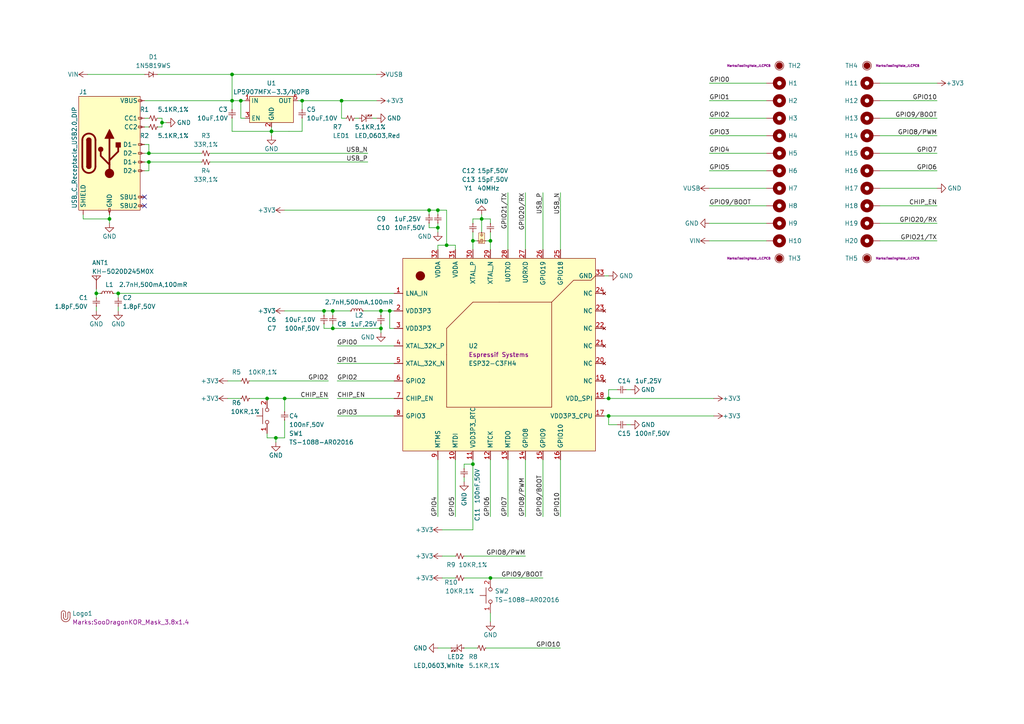
<source format=kicad_sch>
(kicad_sch (version 20231120) (generator "eeschema") (generator_version "8.0")
  (paper "A4")
  (title_block (rev "1") (company "Geekble") (comment 1 "2-Layer, 1-Oz, JLC PCB Fabrication") (comment 4 "SooDragon"))
  (junction (at 27.94 85.09))
  (junction (at 99.06 29.21))
  (junction (at 176.53 120.65))
  (junction (at 113.03 90.17))
  (junction (at 127 60.96))
  (junction (at 67.31 21.59))
  (junction (at 67.31 29.21))
  (junction (at 43.18 46.99))
  (junction (at 69.85 29.21))
  (junction (at 139.7 63.5))
  (junction (at 129.54 71.12))
  (junction (at 137.16 134.62))
  (junction (at 78.74 38.1))
  (junction (at 96.52 95.25))
  (junction (at 110.49 95.25))
  (junction (at 34.29 85.09))
  (junction (at 124.46 60.96))
  (junction (at 96.52 90.17))
  (junction (at 77.47 115.57))
  (junction (at 46.99 35.56))
  (junction (at 142.24 69.85))
  (junction (at 137.16 69.85))
  (junction (at 87.63 29.21))
  (junction (at 176.53 115.57))
  (junction (at 110.49 90.17))
  (junction (at 142.24 167.64))
  (junction (at 43.18 44.45))
  (junction (at 127 66.04))
  (junction (at 93.98 90.17))
  (junction (at 80.01 127))
  (junction (at 82.55 115.57))
  (junction (at 31.75 63.5))
  (no_connect (at 41.91 59.69))
  (no_connect (at 41.91 57.15))
  (wire (pts (xy 127 60.96) (xy 124.46 60.96)))
  (wire (pts (xy 27.94 88.9) (xy 27.94 90.17)))
  (wire (pts (xy 93.98 93.98) (xy 93.98 95.25)))
  (wire (pts (xy 33.02 85.09) (xy 34.29 85.09)))
  (wire (pts (xy 93.98 95.25) (xy 96.52 95.25)))
  (wire (pts (xy 67.31 29.21) (xy 69.85 29.21)))
  (wire (pts (xy 31.75 63.5) (xy 24.13 63.5)))
  (wire (pts (xy 66.04 110.49) (xy 69.85 110.49)))
  (wire (pts (xy 60.96 44.45) (xy 106.68 44.45)))
  (wire (pts (xy 127 72.39) (xy 127 71.12)))
  (wire (pts (xy 31.75 62.23) (xy 31.75 63.5)))
  (wire (pts (xy 82.55 127) (xy 82.55 121.92)))
  (wire (pts (xy 134.62 134.62) (xy 137.16 134.62)))
  (wire (pts (xy 60.96 46.99) (xy 106.68 46.99)))
  (wire (pts (xy 110.49 90.17) (xy 113.03 90.17)))
  (wire (pts (xy 222.25 59.69) (xy 205.74 59.69)))
  (wire (pts (xy 43.18 44.45) (xy 58.42 44.45)))
  (wire (pts (xy 137.16 69.85) (xy 137.16 72.39)))
  (wire (pts (xy 140.97 187.96) (xy 162.56 187.96)))
  (wire (pts (xy 147.32 72.39) (xy 147.32 55.88)))
  (wire (pts (xy 222.25 29.21) (xy 205.74 29.21)))
  (wire (pts (xy 147.32 149.86) (xy 147.32 133.35)))
  (wire (pts (xy 137.16 63.5) (xy 137.16 64.77)))
  (wire (pts (xy 97.79 105.41) (xy 114.3 105.41)))
  (wire (pts (xy 137.16 134.62) (xy 137.16 153.67)))
  (wire (pts (xy 134.62 135.89) (xy 134.62 134.62)))
  (wire (pts (xy 82.55 90.17) (xy 93.98 90.17)))
  (wire (pts (xy 27.94 83.82) (xy 27.94 85.09)))
  (wire (pts (xy 179.07 123.19) (xy 176.53 123.19)))
  (wire (pts (xy 45.72 36.83) (xy 46.99 36.83)))
  (wire (pts (xy 110.49 93.98) (xy 110.49 95.25)))
  (wire (pts (xy 176.53 113.03) (xy 179.07 113.03)))
  (wire (pts (xy 25.4 21.59) (xy 41.91 21.59)))
  (wire (pts (xy 41.91 41.91) (xy 43.18 41.91)))
  (wire (pts (xy 127 66.04) (xy 127 67.31)))
  (wire (pts (xy 142.24 64.77) (xy 142.24 63.5)))
  (wire (pts (xy 127 187.96) (xy 130.81 187.96)))
  (wire (pts (xy 43.18 46.99) (xy 43.18 49.53)))
  (wire (pts (xy 181.61 123.19) (xy 182.88 123.19)))
  (wire (pts (xy 157.48 72.39) (xy 157.48 55.88)))
  (wire (pts (xy 99.06 29.21) (xy 109.22 29.21)))
  (wire (pts (xy 45.72 21.59) (xy 67.31 21.59)))
  (wire (pts (xy 67.31 31.75) (xy 67.31 29.21)))
  (wire (pts (xy 86.36 29.21) (xy 87.63 29.21)))
  (wire (pts (xy 77.47 115.57) (xy 82.55 115.57)))
  (wire (pts (xy 105.41 90.17) (xy 110.49 90.17)))
  (wire (pts (xy 181.61 113.03) (xy 182.88 113.03)))
  (wire (pts (xy 46.99 35.56) (xy 46.99 34.29)))
  (wire (pts (xy 93.98 91.44) (xy 93.98 90.17)))
  (wire (pts (xy 78.74 38.1) (xy 78.74 36.83)))
  (wire (pts (xy 27.94 85.09) (xy 27.94 86.36)))
  (wire (pts (xy 157.48 149.86) (xy 157.48 133.35)))
  (wire (pts (xy 97.79 110.49) (xy 114.3 110.49)))
  (wire (pts (xy 142.24 69.85) (xy 142.24 72.39)))
  (wire (pts (xy 176.53 115.57) (xy 207.01 115.57)))
  (wire (pts (xy 41.91 49.53) (xy 43.18 49.53)))
  (wire (pts (xy 99.06 34.29) (xy 100.33 34.29)))
  (wire (pts (xy 80.01 127) (xy 80.01 128.27)))
  (wire (pts (xy 113.03 95.25) (xy 113.03 90.17)))
  (wire (pts (xy 87.63 29.21) (xy 87.63 31.75)))
  (wire (pts (xy 87.63 29.21) (xy 99.06 29.21)))
  (wire (pts (xy 134.62 167.64) (xy 142.24 167.64)))
  (wire (pts (xy 87.63 34.29) (xy 87.63 38.1)))
  (wire (pts (xy 128.27 167.64) (xy 132.08 167.64)))
  (wire (pts (xy 82.55 60.96) (xy 124.46 60.96)))
  (wire (pts (xy 152.4 149.86) (xy 152.4 133.35)))
  (wire (pts (xy 127 64.77) (xy 127 66.04)))
  (wire (pts (xy 222.25 34.29) (xy 205.74 34.29)))
  (wire (pts (xy 129.54 71.12) (xy 132.08 71.12)))
  (wire (pts (xy 124.46 64.77) (xy 124.46 66.04)))
  (wire (pts (xy 71.12 34.29) (xy 69.85 34.29)))
  (wire (pts (xy 137.16 67.31) (xy 137.16 69.85)))
  (wire (pts (xy 72.39 115.57) (xy 77.47 115.57)))
  (wire (pts (xy 127 149.86) (xy 127 133.35)))
  (wire (pts (xy 77.47 127) (xy 80.01 127)))
  (wire (pts (xy 142.24 167.64) (xy 157.48 167.64)))
  (wire (pts (xy 142.24 63.5) (xy 139.7 63.5)))
  (wire (pts (xy 142.24 67.31) (xy 142.24 69.85)))
  (wire (pts (xy 66.04 115.57) (xy 69.85 115.57)))
  (wire (pts (xy 132.08 71.12) (xy 132.08 72.39)))
  (wire (pts (xy 95.25 110.49) (xy 72.39 110.49)))
  (wire (pts (xy 41.91 29.21) (xy 67.31 29.21)))
  (wire (pts (xy 176.53 115.57) (xy 175.26 115.57)))
  (wire (pts (xy 80.01 127) (xy 82.55 127)))
  (wire (pts (xy 82.55 115.57) (xy 82.55 119.38)))
  (wire (pts (xy 127 60.96) (xy 129.54 60.96)))
  (wire (pts (xy 102.87 34.29) (xy 104.14 34.29)))
  (wire (pts (xy 142.24 149.86) (xy 142.24 133.35)))
  (wire (pts (xy 127 71.12) (xy 129.54 71.12)))
  (wire (pts (xy 134.62 161.29) (xy 152.4 161.29)))
  (wire (pts (xy 222.25 54.61) (xy 205.74 54.61)))
  (wire (pts (xy 78.74 38.1) (xy 78.74 39.37)))
  (wire (pts (xy 34.29 90.17) (xy 34.29 88.9)))
  (wire (pts (xy 41.91 46.99) (xy 43.18 46.99)))
  (wire (pts (xy 127 60.96) (xy 127 62.23)))
  (wire (pts (xy 41.91 34.29) (xy 43.18 34.29)))
  (wire (pts (xy 222.25 44.45) (xy 205.74 44.45)))
  (wire (pts (xy 107.95 34.29) (xy 109.22 34.29)))
  (wire (pts (xy 162.56 149.86) (xy 162.56 133.35)))
  (wire (pts (xy 110.49 95.25) (xy 110.49 96.52)))
  (wire (pts (xy 124.46 66.04) (xy 127 66.04)))
  (wire (pts (xy 97.79 100.33) (xy 114.3 100.33)))
  (wire (pts (xy 140.97 69.85) (xy 142.24 69.85)))
  (wire (pts (xy 255.27 24.13) (xy 271.78 24.13)))
  (wire (pts (xy 34.29 85.09) (xy 114.3 85.09)))
  (wire (pts (xy 124.46 60.96) (xy 124.46 62.23)))
  (wire (pts (xy 69.85 34.29) (xy 69.85 29.21)))
  (wire (pts (xy 134.62 187.96) (xy 138.43 187.96)))
  (wire (pts (xy 69.85 29.21) (xy 71.12 29.21)))
  (wire (pts (xy 205.74 49.53) (xy 222.25 49.53)))
  (wire (pts (xy 271.78 34.29) (xy 255.27 34.29)))
  (wire (pts (xy 97.79 120.65) (xy 114.3 120.65)))
  (wire (pts (xy 137.16 153.67) (xy 128.27 153.67)))
  (wire (pts (xy 138.43 69.85) (xy 137.16 69.85)))
  (wire (pts (xy 162.56 72.39) (xy 162.56 55.88)))
  (wire (pts (xy 255.27 64.77) (xy 271.78 64.77)))
  (wire (pts (xy 109.22 21.59) (xy 67.31 21.59)))
  (wire (pts (xy 271.78 39.37) (xy 255.27 39.37)))
  (wire (pts (xy 41.91 44.45) (xy 43.18 44.45)))
  (wire (pts (xy 176.53 115.57) (xy 176.53 113.03)))
  (wire (pts (xy 96.52 93.98) (xy 96.52 95.25)))
  (wire (pts (xy 96.52 90.17) (xy 96.52 91.44)))
  (wire (pts (xy 222.25 64.77) (xy 205.74 64.77)))
  (wire (pts (xy 43.18 46.99) (xy 58.42 46.99)))
  (wire (pts (xy 255.27 59.69) (xy 271.78 59.69)))
  (wire (pts (xy 96.52 90.17) (xy 101.6 90.17)))
  (wire (pts (xy 271.78 44.45) (xy 255.27 44.45)))
  (wire (pts (xy 31.75 63.5) (xy 31.75 64.77)))
  (wire (pts (xy 271.78 49.53) (xy 255.27 49.53)))
  (wire (pts (xy 24.13 63.5) (xy 24.13 62.23)))
  (wire (pts (xy 46.99 36.83) (xy 46.99 35.56)))
  (wire (pts (xy 27.94 85.09) (xy 29.21 85.09)))
  (wire (pts (xy 139.7 63.5) (xy 137.16 63.5)))
  (wire (pts (xy 93.98 90.17) (xy 96.52 90.17)))
  (wire (pts (xy 45.72 34.29) (xy 46.99 34.29)))
  (wire (pts (xy 110.49 90.17) (xy 110.49 91.44)))
  (wire (pts (xy 128.27 161.29) (xy 132.08 161.29)))
  (wire (pts (xy 67.31 34.29) (xy 67.31 38.1)))
  (wire (pts (xy 132.08 149.86) (xy 132.08 133.35)))
  (wire (pts (xy 255.27 54.61) (xy 271.78 54.61)))
  (wire (pts (xy 97.79 115.57) (xy 114.3 115.57)))
  (wire (pts (xy 176.53 120.65) (xy 207.01 120.65)))
  (wire (pts (xy 152.4 72.39) (xy 152.4 55.88)))
  (wire (pts (xy 114.3 95.25) (xy 113.03 95.25)))
  (wire (pts (xy 82.55 115.57) (xy 95.25 115.57)))
  (wire (pts (xy 176.53 123.19) (xy 176.53 120.65)))
  (wire (pts (xy 77.47 125.73) (xy 77.47 127)))
  (wire (pts (xy 34.29 85.09) (xy 34.29 86.36)))
  (wire (pts (xy 41.91 36.83) (xy 43.18 36.83)))
  (wire (pts (xy 222.25 39.37) (xy 205.74 39.37)))
  (wire (pts (xy 205.74 69.85) (xy 222.25 69.85)))
  (wire (pts (xy 113.03 90.17) (xy 114.3 90.17)))
  (wire (pts (xy 175.26 80.01) (xy 176.53 80.01)))
  (wire (pts (xy 43.18 41.91) (xy 43.18 44.45)))
  (wire (pts (xy 222.25 24.13) (xy 205.74 24.13)))
  (wire (pts (xy 175.26 120.65) (xy 176.53 120.65)))
  (wire (pts (xy 139.7 63.5) (xy 139.7 67.31)))
  (wire (pts (xy 87.63 38.1) (xy 78.74 38.1)))
  (wire (pts (xy 271.78 29.21) (xy 255.27 29.21)))
  (wire (pts (xy 46.99 35.56) (xy 48.26 35.56)))
  (wire (pts (xy 67.31 21.59) (xy 67.31 29.21)))
  (wire (pts (xy 67.31 38.1) (xy 78.74 38.1)))
  (wire (pts (xy 134.62 139.7) (xy 134.62 138.43)))
  (wire (pts (xy 139.7 62.23) (xy 139.7 63.5)))
  (wire (pts (xy 142.24 177.8) (xy 142.24 180.34)))
  (wire (pts (xy 99.06 29.21) (xy 99.06 34.29)))
  (wire (pts (xy 255.27 69.85) (xy 271.78 69.85)))
  (wire (pts (xy 129.54 60.96) (xy 129.54 71.12)))
  (wire (pts (xy 137.16 133.35) (xy 137.16 134.62)))
  (wire (pts (xy 96.52 95.25) (xy 110.49 95.25)))
  (label "GPIO8{slash}PWM" (at 152.4 161.29 180))
  (label "GPIO1" (at 97.79 105.41 0))
  (label "GPIO6" (at 142.24 149.86 90))
  (label "GPIO2" (at 95.25 110.49 180))
  (label "GPIO9{slash}BOOT" (at 205.74 59.69 0))
  (label "GPIO0" (at 97.79 100.33 0))
  (label "GPIO5" (at 205.74 49.53 0))
  (label "GPIO10" (at 162.56 187.96 180))
  (label "GPIO8{slash}PWM" (at 152.4 149.86 90))
  (label "GPIO20{slash}RX" (at 152.4 55.88 270))
  (label "GPIO2" (at 205.74 34.29 0))
  (label "GPIO2" (at 97.79 110.49 0))
  (label "GPIO21{slash}TX" (at 271.78 69.85 180))
  (label "USB_N" (at 162.56 55.88 270))
  (label "GPIO21{slash}TX" (at 147.32 55.88 270))
  (label "GPIO5" (at 132.08 149.86 90))
  (label "GPIO3" (at 97.79 120.65 0))
  (label "GPIO9{slash}BOOT" (at 157.48 149.86 90))
  (label "CHIP_EN" (at 97.79 115.57 0))
  (label "GPIO7" (at 147.32 149.86 90))
  (label "USB_P" (at 106.68 46.99 180))
  (label "GPIO3" (at 205.74 39.37 0))
  (label "GPIO10" (at 271.78 29.21 180))
  (label "CHIP_EN" (at 271.78 59.69 180))
  (label "GPIO4" (at 127 149.86 90))
  (label "GPIO20{slash}RX" (at 271.78 64.77 180))
  (label "USB_P" (at 157.48 55.88 270))
  (label "GPIO0" (at 205.74 24.13 0))
  (label "GPIO1" (at 205.74 29.21 0))
  (label "USB_N" (at 106.68 44.45 180))
  (label "GPIO6" (at 271.78 49.53 180))
  (label "GPIO10" (at 162.56 149.86 90))
  (label "GPIO7" (at 271.78 44.45 180))
  (label "CHIP_EN" (at 95.25 115.57 180))
  (label "GPIO4" (at 205.74 44.45 0))
  (label "GPIO9{slash}BOOT" (at 157.48 167.64 180))
  (label "GPIO8{slash}PWM" (at 271.78 39.37 180))
  (label "GPIO9{slash}BOOT" (at 271.78 34.29 180))
  (symbol (lib_id "Resistors:5.1KR,1%") (at 44.45 34.29 0) (unit 1)
    (property "Reference" "R1" (at 41.91 31.75 0))
    (property "Value" "5.1KR,1%" (at 45.72 31.75 0) (effects (justify left)))
    (property "Footprint" "Resistors:R_0402" (effects (hide yes)))
    (property "Datasheet" "https://datasheet.lcsc.com/szlcsc/Uniroyal-Elec-0402WGF5101TCE_C25905.pdf" (effects (hide yes)))
    (property "LCSC" "C25905" (effects (hide yes)))
    (property "Manufacturer Part Number" "0402WGF5101TCE" (effects (hide yes)))
    (property "Manufacturer" "Uniroyal Elec" (effects (hide yes)))
    (property "Library Type" "Basic" (effects (hide yes)))
  )
  (symbol (lib_id "power:+3V3") (at 128.27 161.29 90) (unit 1)
    (property "Reference" "#PWR018" (effects (hide yes)))
    (property "Value" "+3V3" (at 125.73 161.29 90) (effects (justify left)))
  )
  (symbol (lib_id "Resistors:10KR,1%") (at 71.12 110.49 0) (unit 1)
    (property "Reference" "R5" (at 68.58 107.95 0))
    (property "Value" "10KR,1%" (at 76.2 107.95 0))
    (property "Footprint" "Resistors:R_0402" (effects (hide yes)))
    (property "Datasheet" "https://datasheet.lcsc.com/szlcsc/Uniroyal-Elec-0402WGF1002TCE_C25744.pdf" (effects (hide yes)))
    (property "LCSC" "C25744" (effects (hide yes)))
    (property "Manufacturer Part Number" "0402WGF1002TCE" (effects (hide yes)))
    (property "Manufacturer" "Uniroyal Elec" (effects (hide yes)))
    (property "Library Type" "Basic" (effects (hide yes)))
  )
  (symbol (lib_id "power:GND") (at 110.49 96.52 0) (unit 1)
    (property "Reference" "#PWR015" (effects (hide yes)))
    (property "Value" "GND" (at 106.68 97.79 0))
  )
  (symbol (lib_id "Resistors:5.1KR,1%") (at 44.45 36.83 0) (unit 1)
    (property "Reference" "R2" (at 41.91 39.37 0))
    (property "Value" "5.1KR,1%" (at 45.72 39.37 0) (effects (justify left)))
    (property "Footprint" "Resistors:R_0402" (effects (hide yes)))
    (property "Datasheet" "https://datasheet.lcsc.com/szlcsc/Uniroyal-Elec-0402WGF5101TCE_C25905.pdf" (effects (hide yes)))
    (property "LCSC" "C25905" (effects (hide yes)))
    (property "Manufacturer Part Number" "0402WGF5101TCE" (effects (hide yes)))
    (property "Manufacturer" "Uniroyal Elec" (effects (hide yes)))
    (property "Library Type" "Basic" (effects (hide yes)))
  )
  (symbol (lib_id "Pushbutton_Switches_Relays:TS-1088-AR02016") (at 144.78 172.72 90) (unit 1)
    (property "Reference" "SW2" (at 143.51 171.45 90) (effects (justify right)))
    (property "Value" "TS-1088-AR02016" (at 143.51 173.99 90) (effects (justify right)))
    (property "Footprint" "Pushbutton_Switches_Relays:TS-1088-AR020" (effects (hide yes)))
    (property "Datasheet" "https://datasheet.lcsc.com/lcsc/2304140030_XUNPU-TS-1088-AR02016_C720477.pdf" (effects (hide yes)))
    (property "Manufacturer" "XUNPU" (effects (hide yes)))
    (property "Manufacturer Part Number" "TS-1088-AR02016" (effects (hide yes)))
    (property "LCSC" "C720477" (effects (hide yes)))
    (property "Library Type" "Extended" (effects (hide yes)))
  )
  (symbol (lib_id "Capacitors:100nF,50V") (at 134.62 137.16 90) (unit 1)
    (property "Reference" "C11" (at 138.43 147.32 0) (effects (justify right)))
    (property "Value" "100nF,50V" (at 138.43 135.89 0) (effects (justify right)))
    (property "Footprint" "Capacitors:C_0402" (effects (hide yes)))
    (property "Datasheet" "https://datasheet.lcsc.com/lcsc/1810191222_Samsung-Electro-Mechanics-CL05B104KB54PNC_C307331.pdf" (effects (hide yes)))
    (property "LCSC" "C307331" (effects (hide yes)))
    (property "Manufacturer Part Number" "CL05B104KB54PNC" (effects (hide yes)))
    (property "Manufacturer" "Samsung Electro-Mechanics" (effects (hide yes)))
    (property "Library Type" "Basic" (effects (hide yes)))
  )
  (symbol (lib_id "Marks:MountingHole_Pad") (at 252.73 29.21 90) (unit 1)
    (property "Reference" "H12" (at 248.92 29.21 90) (effects (justify left)))
    (property "Value" "MountingHole_Pad" (effects (hide yes)))
    (property "Footprint" "Connectors:1x1_P2.54_CastellatedPad" (effects (hide yes)))
  )
  (symbol (lib_name "5.1KR,1%_1") (lib_id "Resistors:5.1KR,1%") (at 139.7 187.96 0) (unit 1)
    (property "Reference" "R8" (at 135.89 190.5 0) (effects (justify left)))
    (property "Value" "5.1KR,1%" (at 135.89 193.04 0) (effects (justify left)))
    (property "Footprint" "Resistors:R_0402" (effects (hide yes)))
    (property "Datasheet" "https://datasheet.lcsc.com/szlcsc/Uniroyal-Elec-0402WGF5101TCE_C25905.pdf" (effects (hide yes)))
    (property "LCSC" "C25905" (effects (hide yes)))
    (property "Manufacturer Part Number" "0402WGF5101TCE" (effects (hide yes)))
    (property "Manufacturer" "Uniroyal Elec" (effects (hide yes)))
    (property "Library Type" "Basic" (effects (hide yes)))
  )
  (symbol (lib_id "Pushbutton_Switches_Relays:TS-1088-AR02016") (at 80.01 120.65 90) (unit 1)
    (property "Reference" "SW1" (at 83.82 125.73 90) (effects (justify right)))
    (property "Value" "TS-1088-AR02016" (at 83.82 128.27 90) (effects (justify right)))
    (property "Footprint" "Pushbutton_Switches_Relays:TS-1088-AR020" (effects (hide yes)))
    (property "Datasheet" "https://datasheet.lcsc.com/lcsc/2304140030_XUNPU-TS-1088-AR02016_C720477.pdf" (effects (hide yes)))
    (property "Manufacturer" "XUNPU" (effects (hide yes)))
    (property "Manufacturer Part Number" "TS-1088-AR02016" (effects (hide yes)))
    (property "LCSC" "C720477" (effects (hide yes)))
    (property "Library Type" "Extended" (effects (hide yes)))
  )
  (symbol (lib_id "Marks:ToolingHole") (at 251.46 74.93 0) (unit 1)
    (property "Reference" "TH5" (at 245.11 74.93 0) (effects (justify left)))
    (property "Value" "ToolingHole" (effects (hide yes)))
    (property "Footprint" "Marks:ToolingHole_JLCPCB" (at 254 74.93 0) (effects (font (size 0.635 0.635)) (justify left)))
  )
  (symbol (lib_id "Marks:MountingHole_Pad") (at 252.73 59.69 90) (mirror x) (unit 1)
    (property "Reference" "H18" (at 248.92 59.69 90) (effects (justify left)))
    (property "Value" "MountingHole_Pad" (effects (hide yes)))
    (property "Footprint" "Connectors:1x1_P2.54_CastellatedPad" (effects (hide yes)))
  )
  (symbol (lib_id "Capacitors:1uF,25V") (at 180.34 113.03 180) (unit 1)
    (property "Reference" "C14" (at 179.07 110.49 0) (effects (justify right)))
    (property "Value" "1uF,25V" (at 184.15 110.49 0) (effects (justify right)))
    (property "Footprint" "Capacitors:C_0402" (effects (hide yes)))
    (property "Datasheet" "https://datasheet.lcsc.com/lcsc/1811091611_Samsung-Electro-Mechanics-CL05A105KA5NQNC_C52923.pdf" (effects (hide yes)))
    (property "LCSC" "C52923" (effects (hide yes)))
    (property "Manufacturer Part Number" "CL05A105KA5NQNC" (effects (hide yes)))
    (property "Manufacturer" "Samsung Electro-Mechanics" (effects (hide yes)))
    (property "Library Type" "Basic" (effects (hide yes)))
  )
  (symbol (lib_id "Connectors:USB_C_Receptacle_USB2.0_DIP") (at 31.75 44.45 0) (unit 1)
    (property "Reference" "J1" (at 24.13 26.67 0))
    (property "Value" "USB_C_Receptacle_USB2.0_DIP" (at 21.59 45.72 90))
    (property "Footprint" "Connectors:USB_DIP,8.94x7.3mm" (effects (hide yes)))
    (property "Datasheet" "https://datasheet.lcsc.com/szlcsc/1811131825_Korean-Hroparts-Elec-TYPE-C-31-M-12_C165948.pdf" (effects (hide yes)))
    (property "LCSC" "C165948" (effects (hide yes)))
    (property "Manufacturer Part Number" "TYPE-C-31-M-12" (effects (hide yes)))
    (property "Manufacturer" "Korean Hroparts Elec" (effects (hide yes)))
    (property "Library Type" "Extended" (effects (hide yes)))
  )
  (symbol (lib_id "Capacitors:1uF,25V") (at 110.49 92.71 90) (unit 1)
    (property "Reference" "C8" (at 97.79 93.98 90) (effects (justify right)))
    (property "Value" "1uF,25V" (at 101.6 93.98 90) (effects (justify right)))
    (property "Footprint" "Capacitors:C_0402" (effects (hide yes)))
    (property "Datasheet" "https://datasheet.lcsc.com/lcsc/1811091611_Samsung-Electro-Mechanics-CL05A105KA5NQNC_C52923.pdf" (effects (hide yes)))
    (property "LCSC" "C52923" (effects (hide yes)))
    (property "Manufacturer Part Number" "CL05A105KA5NQNC" (effects (hide yes)))
    (property "Manufacturer" "Samsung Electro-Mechanics" (effects (hide yes)))
    (property "Library Type" "Basic" (effects (hide yes)))
  )
  (symbol (lib_id "power:+3V3") (at 128.27 167.64 90) (unit 1)
    (property "Reference" "#PWR019" (effects (hide yes)))
    (property "Value" "+3V3" (at 125.73 167.64 90) (effects (justify left)))
  )
  (symbol (lib_id "power:+3V3") (at 109.22 29.21 270) (unit 1)
    (property "Reference" "#PWR013" (effects (hide yes)))
    (property "Value" "+3V3" (at 111.76 29.21 90) (effects (justify left)))
  )
  (symbol (lib_id "power:GND") (at 27.94 90.17 0) (unit 1)
    (property "Reference" "#PWR01" (effects (hide yes)))
    (property "Value" "GND" (at 27.94 93.98 0))
  )
  (symbol (lib_id "Capacitors:10nF,50V") (at 127 63.5 90) (unit 1)
    (property "Reference" "C10" (at 109.22 66.04 90) (effects (justify right)))
    (property "Value" "10nF,50V" (at 114.3 66.04 90) (effects (justify right)))
    (property "Footprint" "Capacitors:C_0402" (effects (hide yes)))
    (property "Datasheet" "https://datasheet.lcsc.com/lcsc/1810191223_Samsung-Electro-Mechanics-CL05B103KB5NNNC_C15195.pdf" (effects (hide yes)))
    (property "LCSC" "C15195" (effects (hide yes)))
    (property "Manufacturer Part Number" "CL05B103KB5NNNC" (effects (hide yes)))
    (property "Manufacturer" "Samsung Electro-Mechanics" (effects (hide yes)))
    (property "Library Type" "Basic" (effects (hide yes)))
  )
  (symbol (lib_id "Diodes:LED,0603,Red") (at 106.68 34.29 180) (unit 1)
    (property "Reference" "LED1" (at 96.52 39.37 0) (effects (justify right)))
    (property "Value" "LED,0603,Red" (at 102.87 39.37 0) (effects (justify right)))
    (property "Footprint" "Diodes:LED_0603_Red" (effects (hide yes)))
    (property "Datasheet" "Hubei-KENTO-Elec-KT-0603R_C2286.pdf" (effects (hide yes)))
    (property "LCSC" "C2286" (effects (hide yes)))
    (property "Manufacturer Part Number" "KT-0603R" (effects (hide yes)))
    (property "Manufacturer" "Hubei KENTO Elec" (effects (hide yes)))
    (property "Library Type" "Basic" (effects (hide yes)))
  )
  (symbol (lib_id "Capacitors:100nF,50V") (at 180.34 123.19 180) (unit 1)
    (property "Reference" "C15" (at 179.07 125.73 0) (effects (justify right)))
    (property "Value" "100nF,50V" (at 184.15 125.73 0) (effects (justify right)))
    (property "Footprint" "Capacitors:C_0402" (effects (hide yes)))
    (property "Datasheet" "https://datasheet.lcsc.com/lcsc/1810191222_Samsung-Electro-Mechanics-CL05B104KB54PNC_C307331.pdf" (effects (hide yes)))
    (property "LCSC" "C307331" (effects (hide yes)))
    (property "Manufacturer Part Number" "CL05B104KB54PNC" (effects (hide yes)))
    (property "Manufacturer" "Samsung Electro-Mechanics" (effects (hide yes)))
    (property "Library Type" "Basic" (effects (hide yes)))
  )
  (symbol (lib_id "Capacitors:1uF,25V") (at 124.46 63.5 90) (unit 1)
    (property "Reference" "C9" (at 109.22 63.5 90) (effects (justify right)))
    (property "Value" "1uF,25V" (at 114.3 63.5 90) (effects (justify right)))
    (property "Footprint" "Capacitors:C_0402" (effects (hide yes)))
    (property "Datasheet" "https://datasheet.lcsc.com/lcsc/1811091611_Samsung-Electro-Mechanics-CL05A105KA5NQNC_C52923.pdf" (effects (hide yes)))
    (property "LCSC" "C52923" (effects (hide yes)))
    (property "Manufacturer Part Number" "CL05A105KA5NQNC" (effects (hide yes)))
    (property "Manufacturer" "Samsung Electro-Mechanics" (effects (hide yes)))
    (property "Library Type" "Basic" (effects (hide yes)))
  )
  (symbol (lib_id "Capacitors:100nF,50V") (at 82.55 120.65 90) (unit 1)
    (property "Reference" "C4" (at 83.82 120.65 90) (effects (justify right)))
    (property "Value" "100nF,50V" (at 83.82 123.19 90) (effects (justify right)))
    (property "Footprint" "Capacitors:C_0402" (effects (hide yes)))
    (property "Datasheet" "https://datasheet.lcsc.com/lcsc/1810191222_Samsung-Electro-Mechanics-CL05B104KB54PNC_C307331.pdf" (effects (hide yes)))
    (property "LCSC" "C307331" (effects (hide yes)))
    (property "Manufacturer Part Number" "CL05B104KB54PNC" (effects (hide yes)))
    (property "Manufacturer" "Samsung Electro-Mechanics" (effects (hide yes)))
    (property "Library Type" "Basic" (effects (hide yes)))
  )
  (symbol (lib_id "Capacitors:100nF,50V") (at 96.52 92.71 90) (unit 1)
    (property "Reference" "C7" (at 77.47 95.25 90) (effects (justify right)))
    (property "Value" "100nF,50V" (at 82.55 95.25 90) (effects (justify right)))
    (property "Footprint" "Capacitors:C_0402" (effects (hide yes)))
    (property "Datasheet" "https://datasheet.lcsc.com/lcsc/1810191222_Samsung-Electro-Mechanics-CL05B104KB54PNC_C307331.pdf" (effects (hide yes)))
    (property "LCSC" "C307331" (effects (hide yes)))
    (property "Manufacturer Part Number" "CL05B104KB54PNC" (effects (hide yes)))
    (property "Manufacturer" "Samsung Electro-Mechanics" (effects (hide yes)))
    (property "Library Type" "Basic" (effects (hide yes)))
  )
  (symbol (lib_id "Inductors_Chokes_Transformers:2.7nH,500mA,100mR") (at 31.75 85.09 0) (unit 1)
    (property "Reference" "L1" (at 31.75 82.55 0))
    (property "Value" "2.7nH,500mA,100mR" (at 44.45 82.55 0))
    (property "Footprint" "Inductors_Chokes_Transformers:L_0402" (effects (hide yes)))
    (property "Datasheet" "https://datasheet.lcsc.com/lcsc/2304140030_TDK-MLK1005S2N7ST000_C76791.pdf" (effects (hide yes)))
    (property "LCSC" "C76791" (effects (hide yes)))
    (property "Manufacturer Part Number" "MLK1005S2N7ST000" (effects (hide yes)))
    (property "Manufacturer" "TDK" (effects (hide yes)))
    (property "Library Type" "Extended" (effects (hide yes)))
  )
  (symbol (lib_id "Marks:MountingHole_Pad") (at 224.79 24.13 270) (mirror x) (unit 1)
    (property "Reference" "H1" (at 228.6 24.13 90) (effects (justify left)))
    (property "Value" "MountingHole_Pad" (effects (hide yes)))
    (property "Footprint" "Connectors:1x1_P2.54_CastellatedPad" (effects (hide yes)))
  )
  (symbol (lib_name "VUSB_1") (lib_id "power:VUSB") (at 205.74 54.61 90) (unit 1)
    (property "Reference" "#PWR027" (effects (hide yes)))
    (property "Value" "VUSB" (at 203.2 54.61 90) (effects (justify left)))
  )
  (symbol (lib_id "power:GND") (at 109.22 34.29 90) (unit 1)
    (property "Reference" "#PWR014" (effects (hide yes)))
    (property "Value" "GND" (at 114.3 34.29 90))
  )
  (symbol (lib_id "Diodes:LED,0603,White") (at 132.08 187.96 0) (unit 1)
    (property "Reference" "LED2" (at 134.62 190.5 0) (effects (justify right)))
    (property "Value" "LED,0603,White" (at 134.62 193.04 0) (effects (justify right)))
    (property "Footprint" "Diodes:LED_0603_White" (effects (hide yes)))
    (property "Datasheet" "https://datasheet.lcsc.com/szlcsc/Hubei-KENTO-Elec-0603White-light-173-207mcd_C2290.pdf" (effects (hide yes)))
    (property "LCSC" "C2290" (effects (hide yes)))
    (property "Manufacturer Part Number" "-" (effects (hide yes)))
    (property "Manufacturer" "Hubei KENTO Elec" (effects (hide yes)))
    (property "Library Type" "Basic" (effects (hide yes)))
  )
  (symbol (lib_id "RadioFrequencyChip_Antenna:KH-5020D245M0X") (at 27.94 83.82 0) (unit 1)
    (property "Reference" "ANT1" (at 26.67 76.2 0) (effects (justify left)))
    (property "Value" "KH-5020D245M0X" (at 26.67 78.74 0) (effects (justify left)))
    (property "Footprint" "RadioFrequencyChip_Antenna:ANT_5020" (effects (hide yes)))
    (property "Datasheet" "https://datasheet.lcsc.com/lcsc/1912111437_Shenzhen-Kinghelm-Elec-KH-5020D245M0X_C454142.pdf" (effects (hide yes)))
    (property "LCSC" "C454142" (effects (hide yes)))
    (property "Manufacturer Part Number" "KH-5020D245M0X" (effects (hide yes)))
    (property "Manufacturer" "Shenzhen Kinghelm Elec" (effects (hide yes)))
    (property "Library Type" "Extended" (effects (hide yes)))
  )
  (symbol (lib_id "Resistors:10KR,1%") (at 71.12 115.57 0) (unit 1)
    (property "Reference" "R6" (at 68.58 116.84 0))
    (property "Value" "10KR,1%" (at 71.12 119.38 0))
    (property "Footprint" "Resistors:R_0402" (effects (hide yes)))
    (property "Datasheet" "https://datasheet.lcsc.com/szlcsc/Uniroyal-Elec-0402WGF1002TCE_C25744.pdf" (effects (hide yes)))
    (property "LCSC" "C25744" (effects (hide yes)))
    (property "Manufacturer Part Number" "0402WGF1002TCE" (effects (hide yes)))
    (property "Manufacturer" "Uniroyal Elec" (effects (hide yes)))
    (property "Library Type" "Basic" (effects (hide yes)))
  )
  (symbol (lib_id "power:GND") (at 31.75 64.77 0) (unit 1)
    (property "Reference" "#PWR02" (effects (hide yes)))
    (property "Value" "GND" (at 31.75 68.58 0))
  )
  (symbol (lib_id "power:GND") (at 48.26 35.56 90) (unit 1)
    (property "Reference" "#PWR04" (effects (hide yes)))
    (property "Value" "GND" (at 53.34 35.56 90))
  )
  (symbol (lib_id "power:GND") (at 127 187.96 270) (unit 1)
    (property "Reference" "#PWR033" (effects (hide yes)))
    (property "Value" "GND" (at 121.92 187.96 90))
  )
  (symbol (lib_id "Capacitors:1.8pF,50V") (at 34.29 87.63 90) (unit 1)
    (property "Reference" "C2" (at 35.56 86.36 90) (effects (justify right)))
    (property "Value" "1.8pF,50V" (at 35.56 88.9 90) (effects (justify right)))
    (property "Footprint" "Capacitors:C_0402" (effects (hide yes)))
    (property "Datasheet" "https://datasheet.lcsc.com/lcsc/1811141242_YAGEO-CC0402BRNPO9BN1R8_C327209.pdf" (effects (hide yes)))
    (property "LCSC" "C327209" (effects (hide yes)))
    (property "Manufacturer Part Number" "CC0402BRNPO9BN1R8" (effects (hide yes)))
    (property "Manufacturer" "YAGEO" (effects (hide yes)))
    (property "Library Type" "Extended" (effects (hide yes)))
  )
  (symbol (lib_id "Marks:ToolingHole") (at 251.46 19.05 0) (unit 1)
    (property "Reference" "TH4" (at 245.11 19.05 0) (effects (justify left)))
    (property "Value" "ToolingHole" (effects (hide yes)))
    (property "Footprint" "Marks:ToolingHole_JLCPCB" (at 254 19.05 0) (effects (font (size 0.635 0.635)) (justify left)))
  )
  (symbol (lib_id "Resistors:10KR,1%") (at 133.35 167.64 0) (unit 1)
    (property "Reference" "R10" (at 130.81 168.91 0))
    (property "Value" "10KR,1%" (at 133.35 171.45 0))
    (property "Footprint" "Resistors:R_0402" (effects (hide yes)))
    (property "Datasheet" "https://datasheet.lcsc.com/szlcsc/Uniroyal-Elec-0402WGF1002TCE_C25744.pdf" (effects (hide yes)))
    (property "LCSC" "C25744" (effects (hide yes)))
    (property "Manufacturer Part Number" "0402WGF1002TCE" (effects (hide yes)))
    (property "Manufacturer" "Uniroyal Elec" (effects (hide yes)))
    (property "Library Type" "Basic" (effects (hide yes)))
  )
  (symbol (lib_id "Marks:ToolingHole") (at 226.06 19.05 0) (unit 1)
    (property "Reference" "TH2" (at 228.6 19.05 0) (effects (justify left)))
    (property "Value" "ToolingHole" (effects (hide yes)))
    (property "Footprint" "Marks:ToolingHole_JLCPCB" (at 210.82 19.05 0) (effects (font (size 0.635 0.635)) (justify left)))
  )
  (symbol (lib_id "Marks:MountingHole_Pad") (at 224.79 39.37 270) (mirror x) (unit 1)
    (property "Reference" "H4" (at 228.6 39.37 90) (effects (justify left)))
    (property "Value" "MountingHole_Pad" (effects (hide yes)))
    (property "Footprint" "Connectors:1x1_P2.54_CastellatedPad" (effects (hide yes)))
  )
  (symbol (lib_id "power:VUSB") (at 109.22 21.59 270) (unit 1)
    (property "Reference" "#PWR011" (effects (hide yes)))
    (property "Value" "VUSB" (at 111.76 21.59 90) (effects (justify left)))
  )
  (symbol (lib_id "power:GND") (at 34.29 90.17 0) (unit 1)
    (property "Reference" "#PWR03" (effects (hide yes)))
    (property "Value" "GND" (at 34.29 93.98 0))
  )
  (symbol (lib_id "Capacitors:10uF,10V") (at 93.98 92.71 90) (unit 1)
    (property "Reference" "C6" (at 77.47 92.71 90) (effects (justify right)))
    (property "Value" "10uF,10V" (at 82.55 92.71 90) (effects (justify right)))
    (property "Footprint" "Capacitors:C_0402" (effects (hide yes)))
    (property "Datasheet" "https://datasheet.lcsc.com/lcsc/1912111437_Taiyo-Yuden-LDK105CBJ106MVLF_C386033.pdf" (effects (hide yes)))
    (property "LCSC" "C386033" (effects (hide yes)))
    (property "Manufacturer Part Number" "LDK105CBJ106MVLF" (effects (hide yes)))
    (property "Manufacturer" "Taiyo Yuden" (effects (hide yes)))
    (property "Library Type" "Extended" (effects (hide yes)))
  )
  (symbol (lib_id "power:+3V3") (at 82.55 90.17 90) (unit 1)
    (property "Reference" "#PWR010" (effects (hide yes)))
    (property "Value" "+3V3" (at 80.01 90.17 90) (effects (justify left)))
  )
  (symbol (lib_id "power:GND") (at 176.53 80.01 90) (unit 1)
    (property "Reference" "#PWR023" (effects (hide yes)))
    (property "Value" "GND" (at 181.61 80.01 90))
  )
  (symbol (lib_id "Marks:MountingHole_Pad") (at 252.73 24.13 90) (unit 1)
    (property "Reference" "H11" (at 248.92 24.13 90) (effects (justify left)))
    (property "Value" "MountingHole_Pad" (effects (hide yes)))
    (property "Footprint" "Connectors:1x1_P2.54_CastellatedPad" (effects (hide yes)))
  )
  (symbol (lib_id "Marks:ToolingHole") (at 226.06 74.93 0) (unit 1)
    (property "Reference" "TH3" (at 228.6 74.93 0) (effects (justify left)))
    (property "Value" "ToolingHole" (effects (hide yes)))
    (property "Footprint" "Marks:ToolingHole_JLCPCB" (at 210.82 74.93 0) (effects (font (size 0.635 0.635)) (justify left)))
  )
  (symbol (lib_id "Marks:MountingHole_Pad") (at 224.79 49.53 270) (mirror x) (unit 1)
    (property "Reference" "H6" (at 228.6 49.53 90) (effects (justify left)))
    (property "Value" "MountingHole_Pad" (effects (hide yes)))
    (property "Footprint" "Connectors:1x1_P2.54_CastellatedPad" (effects (hide yes)))
  )
  (symbol (lib_id "Marks:MountingHole_Pad") (at 224.79 29.21 270) (mirror x) (unit 1)
    (property "Reference" "H2" (at 228.6 29.21 90) (effects (justify left)))
    (property "Value" "MountingHole_Pad" (effects (hide yes)))
    (property "Footprint" "Connectors:1x1_P2.54_CastellatedPad" (effects (hide yes)))
  )
  (symbol (lib_id "power:GND") (at 182.88 123.19 90) (unit 1)
    (property "Reference" "#PWR025" (effects (hide yes)))
    (property "Value" "GND" (at 187.96 123.19 90))
  )
  (symbol (lib_name "VIN_1") (lib_id "power:VIN") (at 205.74 69.85 90) (unit 1)
    (property "Reference" "#PWR029" (effects (hide yes)))
    (property "Value" "VIN" (at 203.2 69.85 90) (effects (justify left)))
  )
  (symbol (lib_id "Marks:MountingHole_Pad") (at 252.73 34.29 90) (unit 1)
    (property "Reference" "H13" (at 248.92 34.29 90) (effects (justify left)))
    (property "Value" "MountingHole_Pad" (effects (hide yes)))
    (property "Footprint" "Connectors:1x1_P2.54_CastellatedPad" (effects (hide yes)))
  )
  (symbol (lib_id "power:GND") (at 127 67.31 0) (unit 1)
    (property "Reference" "#PWR016" (effects (hide yes)))
    (property "Value" "GND" (at 123.19 68.58 0))
  )
  (symbol (lib_id "Crystals:40MHz") (at 139.7 69.85 0) (unit 1)
    (property "Reference" "Y1" (at 135.89 54.61 0))
    (property "Value" "40MHz" (at 138.43 54.61 0) (effects (justify left)))
    (property "Footprint" "Crystals:SMD-3225_4P" (effects (hide yes)))
    (property "Datasheet" "https://datasheet.lcsc.com/lcsc/2103291204_YXC-X322540MPB4SI_C9010.pdf" (effects (hide yes)))
    (property "LCSC" "C9010" (effects (hide yes)))
    (property "Manufacturer Part Number" "X322540MPB4SI" (effects (hide yes)))
    (property "Manufacturer" "YXC" (effects (hide yes)))
    (property "Library Type" "Extended" (effects (hide yes)))
  )
  (symbol (lib_id "Marks:MountingHole_Pad") (at 224.79 44.45 270) (mirror x) (unit 1)
    (property "Reference" "H5" (at 228.6 44.45 90) (effects (justify left)))
    (property "Value" "MountingHole_Pad" (effects (hide yes)))
    (property "Footprint" "Connectors:1x1_P2.54_CastellatedPad" (effects (hide yes)))
  )
  (symbol (lib_id "Marks:MountingHole_Pad") (at 224.79 34.29 270) (mirror x) (unit 1)
    (property "Reference" "H3" (at 228.6 34.29 90) (effects (justify left)))
    (property "Value" "MountingHole_Pad" (effects (hide yes)))
    (property "Footprint" "Connectors:1x1_P2.54_CastellatedPad" (effects (hide yes)))
  )
  (symbol (lib_id "Inductors_Chokes_Transformers:2.7nH,500mA,100mR") (at 104.14 90.17 0) (unit 1)
    (property "Reference" "L2" (at 104.14 91.44 0))
    (property "Value" "2.7nH,500mA,100mR" (at 104.14 87.63 0))
    (property "Footprint" "Inductors_Chokes_Transformers:L_0402" (effects (hide yes)))
    (property "Datasheet" "https://datasheet.lcsc.com/lcsc/2304140030_TDK-MLK1005S2N7ST000_C76791.pdf" (effects (hide yes)))
    (property "LCSC" "C76791" (effects (hide yes)))
    (property "Manufacturer Part Number" "MLK1005S2N7ST000" (effects (hide yes)))
    (property "Manufacturer" "TDK" (effects (hide yes)))
    (property "Library Type" "Extended" (effects (hide yes)))
  )
  (symbol (lib_id "power:GND") (at 134.62 139.7 0) (unit 1)
    (property "Reference" "#PWR020" (effects (hide yes)))
    (property "Value" "GND" (at 134.62 144.78 90))
  )
  (symbol (lib_id "power:GND") (at 78.74 39.37 0) (unit 1)
    (property "Reference" "#PWR07" (effects (hide yes)))
    (property "Value" "GND" (at 78.74 43.18 0))
  )
  (symbol (lib_id "Marks:MountingHole_Pad") (at 252.73 54.61 90) (mirror x) (unit 1)
    (property "Reference" "H17" (at 248.92 54.61 90) (effects (justify left)))
    (property "Value" "MountingHole_Pad" (effects (hide yes)))
    (property "Footprint" "Connectors:1x1_P2.54_CastellatedPad" (effects (hide yes)))
  )
  (symbol (lib_id "Marks:Geekble_Logo") (at 19.05 179.07 0) (unit 1)
    (property "Reference" "Logo1" (at 20.955 177.9178 0) (effects (justify left)))
    (property "Value" "Geekble_Logo" (effects (hide yes)))
    (property "Footprint" "Marks:SooDragonKOR_Mask_3.8x1.4" (at 20.955 180.4547 0) (effects (justify left)))
  )
  (symbol (lib_id "Capacitors:15pF,50V") (at 137.16 66.04 90) (mirror x) (unit 1)
    (property "Reference" "C12" (at 135.89 49.53 90))
    (property "Value" "15pF,50V" (at 138.43 49.53 90) (effects (justify right)))
    (property "Footprint" "Capacitors:C_0402" (effects (hide yes)))
    (property "Datasheet" "https://datasheet.lcsc.com/lcsc/2304140030_FH--Guangdong-Fenghua-Advanced-Tech-0402CG150J500NT_C1548.pdf" (effects (hide yes)))
    (property "LCSC" "C1548" (effects (hide yes)))
    (property "Manufacturer Part Number" "0402CG150J500NT" (effects (hide yes)))
    (property "Manufacturer" "FH (Guangdong Fenghua Advanced Tech)" (effects (hide yes)))
    (property "Library Type" "Basic" (effects (hide yes)))
  )
  (symbol (lib_id "power:+3V3") (at 207.01 120.65 270) (unit 1)
    (property "Reference" "#PWR031" (effects (hide yes)))
    (property "Value" "+3V3" (at 209.55 120.65 90) (effects (justify left)))
  )
  (symbol (lib_id "Resistors:10KR,1%") (at 133.35 161.29 0) (unit 1)
    (property "Reference" "R9" (at 130.81 163.83 0))
    (property "Value" "10KR,1%" (at 137.16 163.83 0))
    (property "Footprint" "Resistors:R_0402" (effects (hide yes)))
    (property "Datasheet" "https://datasheet.lcsc.com/szlcsc/Uniroyal-Elec-0402WGF1002TCE_C25744.pdf" (effects (hide yes)))
    (property "LCSC" "C25744" (effects (hide yes)))
    (property "Manufacturer Part Number" "0402WGF1002TCE" (effects (hide yes)))
    (property "Manufacturer" "Uniroyal Elec" (effects (hide yes)))
    (property "Library Type" "Basic" (effects (hide yes)))
  )
  (symbol (lib_id "power:+3V3") (at 82.55 60.96 90) (unit 1)
    (property "Reference" "#PWR09" (effects (hide yes)))
    (property "Value" "+3V3" (at 80.01 60.96 90) (effects (justify left)))
  )
  (symbol (lib_id "power:GND") (at 142.24 180.34 0) (unit 1)
    (property "Reference" "#PWR022" (effects (hide yes)))
    (property "Value" "GND" (at 142.24 184.15 0))
  )
  (symbol (lib_id "Diodes:1N5819WS") (at 44.45 21.59 180) (unit 1)
    (property "Reference" "D1" (at 44.45 16.51 0))
    (property "Value" "1N5819WS" (at 44.45 19.05 0))
    (property "Footprint" "Diodes:SOD-323F" (effects (hide yes)))
    (property "Datasheet" "https://datasheet.lcsc.com/lcsc/2204281430_Guangdong-Hottech-1N5819WS_C191023.pdf" (effects (hide yes)))
    (property "LCSC" "C191023" (effects (hide yes)))
    (property "Manufacturer Part Number" "1N5819WS" (effects (hide yes)))
    (property "Manufacturer" "Guangdong Hottech" (effects (hide yes)))
    (property "Library Type" "Basic" (effects (hide yes)))
  )
  (symbol (lib_id "Capacitors:10uF,10V") (at 87.63 33.02 90) (unit 1)
    (property "Reference" "C5" (at 88.9 31.75 90) (effects (justify right)))
    (property "Value" "10uF,10V" (at 88.9 34.29 90) (effects (justify right)))
    (property "Footprint" "Capacitors:C_0402" (effects (hide yes)))
    (property "Datasheet" "https://datasheet.lcsc.com/lcsc/1912111437_Taiyo-Yuden-LDK105CBJ106MVLF_C386033.pdf" (effects (hide yes)))
    (property "LCSC" "C386033" (effects (hide yes)))
    (property "Manufacturer Part Number" "LDK105CBJ106MVLF" (effects (hide yes)))
    (property "Manufacturer" "Taiyo Yuden" (effects (hide yes)))
    (property "Library Type" "Extended" (effects (hide yes)))
  )
  (symbol (lib_id "Marks:MountingHole_Pad") (at 224.79 59.69 270) (mirror x) (unit 1)
    (property "Reference" "H8" (at 228.6 59.69 90) (effects (justify left)))
    (property "Value" "MountingHole_Pad" (effects (hide yes)))
    (property "Footprint" "Connectors:1x1_P2.54_CastellatedPad" (effects (hide yes)))
  )
  (symbol (lib_id "Marks:MountingHole_Pad") (at 224.79 69.85 270) (unit 1)
    (property "Reference" "H10" (at 228.6 69.85 90) (effects (justify left)))
    (property "Value" "MountingHole_Pad" (effects (hide yes)))
    (property "Footprint" "Connectors:1x1_P2.54_CastellatedPad" (effects (hide yes)))
  )
  (symbol (lib_id "Marks:MountingHole_Pad") (at 252.73 44.45 90) (unit 1)
    (property "Reference" "H15" (at 248.92 44.45 90) (effects (justify left)))
    (property "Value" "MountingHole_Pad" (effects (hide yes)))
    (property "Footprint" "Connectors:1x1_P2.54_CastellatedPad" (effects (hide yes)))
  )
  (symbol (lib_id "Marks:MountingHole_Pad") (at 224.79 64.77 270) (mirror x) (unit 1)
    (property "Reference" "H9" (at 228.6 64.77 90) (effects (justify left)))
    (property "Value" "MountingHole_Pad" (effects (hide yes)))
    (property "Footprint" "Connectors:1x1_P2.54_CastellatedPad" (effects (hide yes)))
  )
  (symbol (lib_id "Capacitors:10uF,10V") (at 67.31 33.02 90) (unit 1)
    (property "Reference" "C3" (at 66.04 31.75 90) (effects (justify left)))
    (property "Value" "10uF,10V" (at 57.15 34.29 90) (effects (justify right)))
    (property "Footprint" "Capacitors:C_0402" (effects (hide yes)))
    (property "Datasheet" "https://datasheet.lcsc.com/lcsc/1912111437_Taiyo-Yuden-LDK105CBJ106MVLF_C386033.pdf" (effects (hide yes)))
    (property "LCSC" "C386033" (effects (hide yes)))
    (property "Manufacturer Part Number" "LDK105CBJ106MVLF" (effects (hide yes)))
    (property "Manufacturer" "Taiyo Yuden" (effects (hide yes)))
    (property "Library Type" "Extended" (effects (hide yes)))
  )
  (symbol (lib_id "Marks:MountingHole_Pad") (at 224.79 54.61 270) (mirror x) (unit 1)
    (property "Reference" "H7" (at 228.6 54.61 90) (effects (justify left)))
    (property "Value" "MountingHole_Pad" (effects (hide yes)))
    (property "Footprint" "Connectors:1x1_P2.54_CastellatedPad" (effects (hide yes)))
  )
  (symbol (lib_id "power:GND") (at 182.88 113.03 90) (unit 1)
    (property "Reference" "#PWR024" (effects (hide yes)))
    (property "Value" "GND" (at 187.96 113.03 90))
  )
  (symbol (lib_id "Marks:MountingHole_Pad") (at 252.73 49.53 90) (unit 1)
    (property "Reference" "H16" (at 248.92 49.53 90) (effects (justify left)))
    (property "Value" "MountingHole_Pad" (effects (hide yes)))
    (property "Footprint" "Connectors:1x1_P2.54_CastellatedPad" (effects (hide yes)))
  )
  (symbol (lib_id "Power_Management_ICs:LP5907MFX-3.3/NOPB") (at 78.74 31.75 0) (unit 1)
    (property "Reference" "U1" (at 78.74 24.13 0))
    (property "Value" "LP5907MFX-3.3/NOPB" (at 78.74 26.67 0))
    (property "Footprint" "Power_Management_ICs:SOT-23-5" (effects (hide yes)))
    (property "Datasheet" "https://datasheet.lcsc.com/lcsc/1810271029_Texas-Instruments-LP5907MFX-3-3-NOPB_C80670.pdf" (effects (hide yes)))
    (property "LCSC" "C80670" (effects (hide yes)))
    (property "Manufacturer Part Number" "LP5907MFX-3.3/NOPB" (effects (hide yes)))
    (property "Manufacturer" "Texas Instruments" (effects (hide yes)))
    (property "Library Type" "Extended" (effects (hide yes)))
  )
  (symbol (lib_id "power:GND") (at 139.7 62.23 0) (mirror x) (unit 1)
    (property "Reference" "#PWR021" (effects (hide yes)))
    (property "Value" "GND" (at 139.7 58.42 0))
  )
  (symbol (lib_id "power:+3V3") (at 207.01 115.57 270) (unit 1)
    (property "Reference" "#PWR030" (effects (hide yes)))
    (property "Value" "+3V3" (at 209.55 115.57 90) (effects (justify left)))
  )
  (symbol (lib_id "power:VIN") (at 25.4 21.59 90) (unit 1)
    (property "Reference" "#PWR012" (effects (hide yes)))
    (property "Value" "VIN" (at 22.86 21.59 90) (effects (justify left)))
  )
  (symbol (lib_id "power:GND") (at 205.74 64.77 270) (unit 1)
    (property "Reference" "#PWR028" (effects (hide yes)))
    (property "Value" "GND" (at 200.66 64.77 90))
  )
  (symbol (lib_id "Capacitors:15pF,50V") (at 142.24 66.04 90) (mirror x) (unit 1)
    (property "Reference" "C13" (at 135.89 52.07 90))
    (property "Value" "15pF,50V" (at 138.43 52.07 90) (effects (justify right)))
    (property "Footprint" "Capacitors:C_0402" (effects (hide yes)))
    (property "Datasheet" "https://datasheet.lcsc.com/lcsc/2304140030_FH--Guangdong-Fenghua-Advanced-Tech-0402CG150J500NT_C1548.pdf" (effects (hide yes)))
    (property "LCSC" "C1548" (effects (hide yes)))
    (property "Manufacturer Part Number" "0402CG150J500NT" (effects (hide yes)))
    (property "Manufacturer" "FH (Guangdong Fenghua Advanced Tech)" (effects (hide yes)))
    (property "Library Type" "Basic" (effects (hide yes)))
  )
  (symbol (lib_id "power:GND") (at 80.01 128.27 0) (unit 1)
    (property "Reference" "#PWR08" (effects (hide yes)))
    (property "Value" "GND" (at 80.01 132.08 0))
  )
  (symbol (lib_id "power:+3V3") (at 66.04 115.57 90) (unit 1)
    (property "Reference" "#PWR06" (effects (hide yes)))
    (property "Value" "+3V3" (at 63.5 115.57 90) (effects (justify left)))
  )
  (symbol (lib_id "power:GND") (at 271.78 54.61 90) (unit 1)
    (property "Reference" "#PWR032" (effects (hide yes)))
    (property "Value" "GND" (at 276.86 54.61 90))
  )
  (symbol (lib_id "power:+3V3") (at 128.27 153.67 90) (unit 1)
    (property "Reference" "#PWR017" (effects (hide yes)))
    (property "Value" "+3V3" (at 125.73 153.67 90) (effects (justify left)))
  )
  (symbol (lib_id "Marks:MountingHole_Pad") (at 252.73 64.77 90) (mirror x) (unit 1)
    (property "Reference" "H19" (at 248.92 64.77 90) (effects (justify left)))
    (property "Value" "MountingHole_Pad" (effects (hide yes)))
    (property "Footprint" "Connectors:1x1_P2.54_CastellatedPad" (effects (hide yes)))
  )
  (symbol (lib_id "Marks:MountingHole_Pad") (at 252.73 69.85 90) (mirror x) (unit 1)
    (property "Reference" "H20" (at 248.92 69.85 90) (effects (justify left)))
    (property "Value" "MountingHole_Pad" (effects (hide yes)))
    (property "Footprint" "Connectors:1x1_P2.54_CastellatedPad" (effects (hide yes)))
  )
  (symbol (lib_id "power:+3V3") (at 66.04 110.49 90) (unit 1)
    (property "Reference" "#PWR05" (effects (hide yes)))
    (property "Value" "+3V3" (at 63.5 110.49 90) (effects (justify left)))
  )
  (symbol (lib_id "Resistors:33R,1%") (at 59.69 46.99 0) (unit 1)
    (property "Reference" "R4" (at 59.69 49.53 0))
    (property "Value" "33R,1%" (at 59.69 52.07 0))
    (property "Footprint" "Resistors:R_0402" (effects (hide yes)))
    (property "Datasheet" "https://datasheet.lcsc.com/lcsc/1810301314_UNI-ROYAL-Uniroyal-Elec-0402WGF330JTCE_C25105.pdf" (effects (hide yes)))
    (property "LCSC" "C25105" (effects (hide yes)))
    (property "Manufacturer Part Number" "0402WGF330JTCE" (effects (hide yes)))
    (property "Manufacturer" "Uniroyal Elec" (effects (hide yes)))
    (property "Library Type" "Basic" (effects (hide yes)))
  )
  (symbol (lib_id "Capacitors:1.8pF,50V") (at 27.94 87.63 90) (unit 1)
    (property "Reference" "C1" (at 22.86 86.36 90) (effects (justify right)))
    (property "Value" "1.8pF,50V" (at 25.4 88.9 90) (effects (justify left)))
    (property "Footprint" "Capacitors:C_0402" (effects (hide yes)))
    (property "Datasheet" "https://datasheet.lcsc.com/lcsc/1811141242_YAGEO-CC0402BRNPO9BN1R8_C327209.pdf" (effects (hide yes)))
    (property "LCSC" "C327209" (effects (hide yes)))
    (property "Manufacturer Part Number" "CC0402BRNPO9BN1R8" (effects (hide yes)))
    (property "Manufacturer" "YAGEO" (effects (hide yes)))
    (property "Library Type" "Extended" (effects (hide yes)))
  )
  (symbol (lib_id "Resistors:33R,1%") (at 59.69 44.45 0) (unit 1)
    (property "Reference" "R3" (at 59.69 39.37 0))
    (property "Value" "33R,1%" (at 59.69 41.91 0))
    (property "Footprint" "Resistors:R_0402" (effects (hide yes)))
    (property "Datasheet" "https://datasheet.lcsc.com/lcsc/1810301314_UNI-ROYAL-Uniroyal-Elec-0402WGF330JTCE_C25105.pdf" (effects (hide yes)))
    (property "LCSC" "C25105" (effects (hide yes)))
    (property "Manufacturer Part Number" "0402WGF330JTCE" (effects (hide yes)))
    (property "Manufacturer" "Uniroyal Elec" (effects (hide yes)))
    (property "Library Type" "Basic" (effects (hide yes)))
  )
  (symbol (lib_id "Marks:MountingHole_Pad") (at 252.73 39.37 90) (unit 1)
    (property "Reference" "H14" (at 248.92 39.37 90) (effects (justify left)))
    (property "Value" "MountingHole_Pad" (effects (hide yes)))
    (property "Footprint" "Connectors:1x1_P2.54_CastellatedPad" (effects (hide yes)))
  )
  (symbol (lib_name "5.1KR,1%_1") (lib_id "Resistors:5.1KR,1%") (at 101.6 34.29 0) (unit 1)
    (property "Reference" "R7" (at 96.52 36.83 0) (effects (justify left)))
    (property "Value" "5.1KR,1%" (at 102.87 36.83 0) (effects (justify left)))
    (property "Footprint" "Resistors:R_0402" (effects (hide yes)))
    (property "Datasheet" "https://datasheet.lcsc.com/szlcsc/Uniroyal-Elec-0402WGF5101TCE_C25905.pdf" (effects (hide yes)))
    (property "LCSC" "C25905" (effects (hide yes)))
    (property "Manufacturer Part Number" "0402WGF5101TCE" (effects (hide yes)))
    (property "Manufacturer" "Uniroyal Elec" (effects (hide yes)))
    (property "Library Type" "Basic" (effects (hide yes)))
  )
  (symbol (lib_id "Embedded_Processors_Controllers:ESP32-C3FH4") (at 144.78 102.87 0) (unit 1)
    (property "Reference" "U2" (at 135.89 100.33 0) (effects (justify left)))
    (property "Value" "ESP32-C3FH4" (at 135.89 105.41 0) (effects (justify left)))
    (property "Footprint" "Embedded_Processors_Controllers:QFN-32-EP(5x5)" (effects (hide yes)))
    (property "Datasheet" "https://datasheet.lcsc.com/szlcsc/Microchip-Tech-ATMEGA328P-AU_C14877.pdf" (effects (hide yes)))
    (property "LCSC" "C2858491" (effects (hide yes)))
    (property "Manufacturer Part Number" "ESP32-C3FH4" (effects (hide yes)))
    (property "Manufacturer" "Espressif Systems" (at 135.89 102.87 0) (effects (justify left)))
    (property "Library Type" "Extended" (effects (hide yes)))
  )
  (symbol (lib_id "power:+3V3") (at 271.78 24.13 270) (unit 1)
    (property "Reference" "#PWR026" (effects (hide yes)))
    (property "Value" "+3V3" (at 274.32 24.13 90) (effects (justify left)))
  )
)
</source>
